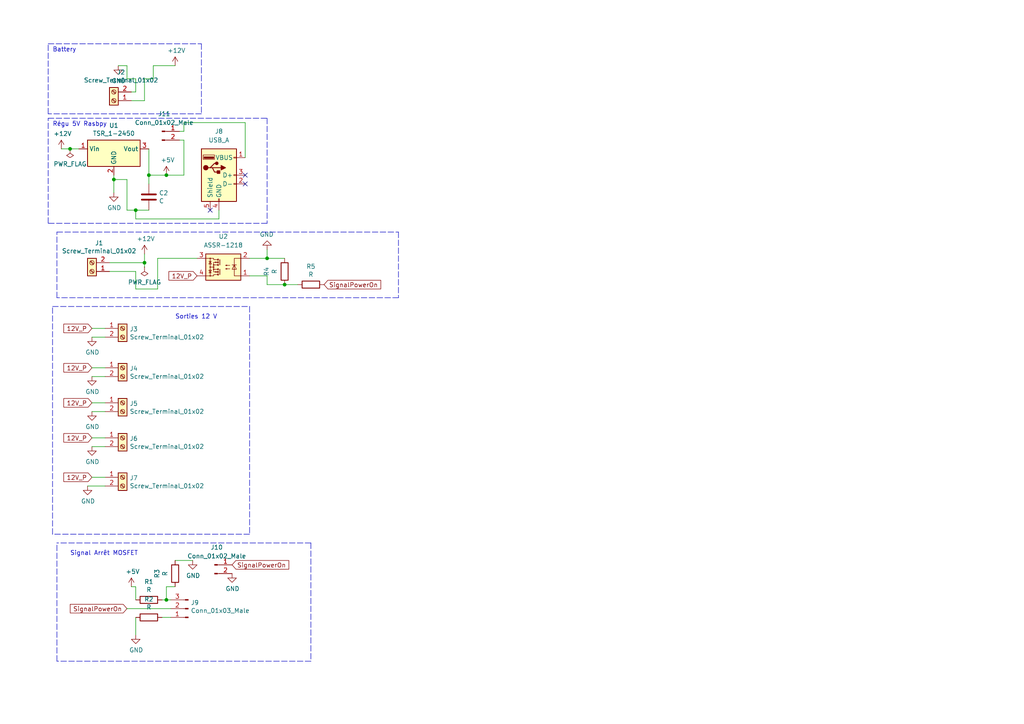
<source format=kicad_sch>
(kicad_sch (version 20211123) (generator eeschema)
  (paper "A4")
  (lib_symbols
    (symbol "Connector:Conn_01x02_Male" (pin_names (offset 1.016) hide)
      (property "Reference" "J" (at 0 2.54 0))
      (property "Value" "Conn_01x02_Male" (at 0 -5.08 0))
      (symbol "Conn_01x02_Male_1_1"
        (polyline (pts (xy 1.27 -2.54) (xy 0.8636 -2.54)) (stroke (width 0.1524)))
        (polyline (pts (xy 1.27 0) (xy 0.8636 0)) (stroke (width 0.1524)))
        (rectangle (start 0.8636 -2.413) (end 0 -2.667) (stroke (width 0.1524)) (fill (type outline)))
        (rectangle (start 0.8636 0.127) (end 0 -0.127) (stroke (width 0.1524)) (fill (type outline)))
        (pin passive line (at 5.08 0 180) (length 3.81) (name "Pin_1") (number "1"))
        (pin passive line (at 5.08 -2.54 180) (length 3.81) (name "Pin_2") (number "2"))
      )
    )
    (symbol "Connector:Conn_01x03_Male" (pin_names (offset 1.016) hide)
      (property "Reference" "J" (at 0 5.08 0))
      (property "Value" "Conn_01x03_Male" (at 0 -5.08 0))
      (symbol "Conn_01x03_Male_1_1"
        (polyline (pts (xy 1.27 -2.54) (xy 0.8636 -2.54)) (stroke (width 0.1524)))
        (polyline (pts (xy 1.27 0) (xy 0.8636 0)) (stroke (width 0.1524)))
        (polyline (pts (xy 1.27 2.54) (xy 0.8636 2.54)) (stroke (width 0.1524)))
        (rectangle (start 0.8636 -2.413) (end 0 -2.667) (stroke (width 0.1524)) (fill (type outline)))
        (rectangle (start 0.8636 0.127) (end 0 -0.127) (stroke (width 0.1524)) (fill (type outline)))
        (rectangle (start 0.8636 2.667) (end 0 2.413) (stroke (width 0.1524)) (fill (type outline)))
        (pin passive line (at 5.08 2.54 180) (length 3.81) (name "Pin_1") (number "1"))
        (pin passive line (at 5.08 0 180) (length 3.81) (name "Pin_2") (number "2"))
        (pin passive line (at 5.08 -2.54 180) (length 3.81) (name "Pin_3") (number "3"))
      )
    )
    (symbol "Connector:Screw_Terminal_01x02" (pin_names (offset 1.016) hide)
      (property "Reference" "J" (at 0 2.54 0))
      (property "Value" "Screw_Terminal_01x02" (at 0 -5.08 0))
      (symbol "Screw_Terminal_01x02_1_1"
        (rectangle (start -1.27 1.27) (end 1.27 -3.81) (stroke (width 0.254)) (fill (type background)))
        (circle (center 0 -2.54) (radius 0.635) (stroke (width 0.1524)))
        (polyline (pts (xy -0.5334 -2.2098) (xy 0.3302 -3.048)) (stroke (width 0.1524)))
        (polyline (pts (xy -0.5334 0.3302) (xy 0.3302 -0.508)) (stroke (width 0.1524)))
        (polyline (pts (xy -0.3556 -2.032) (xy 0.508 -2.8702)) (stroke (width 0.1524)))
        (polyline (pts (xy -0.3556 0.508) (xy 0.508 -0.3302)) (stroke (width 0.1524)))
        (circle (center 0 0) (radius 0.635) (stroke (width 0.1524)))
        (pin passive line (at -5.08 0 0) (length 3.81) (name "Pin_1") (number "1"))
        (pin passive line (at -5.08 -2.54 0) (length 3.81) (name "Pin_2") (number "2"))
      )
    )
    (symbol "Connector:USB_A" (pin_names (offset 1.016))
      (property "Reference" "J" (at -5.08 11.43 0))
      (property "Value" "USB_A" (at -5.08 8.89 0))
      (symbol "USB_A_0_1"
        (rectangle (start -5.08 -7.62) (end 5.08 7.62) (stroke (width 0.254)) (fill (type background)))
        (circle (center -3.81 2.159) (radius 0.635) (stroke (width 0.254)) (fill (type outline)))
        (rectangle (start -1.524 4.826) (end -4.318 5.334) (fill (type outline)))
        (rectangle (start -1.27 4.572) (end -4.572 5.842))
        (circle (center -0.635 3.429) (radius 0.381) (stroke (width 0.254)) (fill (type outline)))
        (rectangle (start -0.127 -7.62) (end 0.127 -6.858))
        (polyline (pts (xy -3.175 2.159) (xy -2.54 2.159) (xy -1.27 3.429) (xy -0.635 3.429)) (stroke (width 0.254)))
        (polyline (pts (xy -2.54 2.159) (xy -1.905 2.159) (xy -1.27 0.889) (xy 0 0.889)) (stroke (width 0.254)))
        (polyline (pts (xy 0.635 2.794) (xy 0.635 1.524) (xy 1.905 2.159) (xy 0.635 2.794)) (stroke (width 0.254)) (fill (type outline)))
        (rectangle (start 0.254 1.27) (end -0.508 0.508) (stroke (width 0.254)) (fill (type outline)))
        (rectangle (start 5.08 -2.667) (end 4.318 -2.413))
        (rectangle (start 5.08 -0.127) (end 4.318 0.127))
        (rectangle (start 5.08 4.953) (end 4.318 5.207))
      )
      (symbol "USB_A_1_1"
        (polyline (pts (xy -1.905 2.159) (xy 0.635 2.159)) (stroke (width 0.254)))
        (pin power_in line (at 7.62 5.08 180) (length 2.54) (name "VBUS") (number "1"))
        (pin bidirectional line (at 7.62 -2.54 180) (length 2.54) (name "D-") (number "2"))
        (pin bidirectional line (at 7.62 0 180) (length 2.54) (name "D+") (number "3"))
        (pin power_in line (at 0 -10.16 90) (length 2.54) (name "GND") (number "4"))
        (pin passive line (at -2.54 -10.16 90) (length 2.54) (name "Shield") (number "5"))
      )
    )
    (symbol "Device:C" (pin_numbers hide) (pin_names (offset 0.254))
      (property "Reference" "C" (at 0.635 2.54 0))
      (property "Value" "C" (at 0.635 -2.54 0))
      (symbol "C_0_1"
        (polyline (pts (xy -2.032 -0.762) (xy 2.032 -0.762)) (stroke (width 0.508)))
        (polyline (pts (xy -2.032 0.762) (xy 2.032 0.762)) (stroke (width 0.508)))
      )
      (symbol "C_1_1"
        (pin passive line (at 0 3.81 270) (length 2.794) (name "~") (number "1"))
        (pin passive line (at 0 -3.81 90) (length 2.794) (name "~") (number "2"))
      )
    )
    (symbol "Device:R" (pin_numbers hide) (pin_names (offset 0))
      (property "Reference" "R" (at 2.032 0 90))
      (property "Value" "R" (at 0 0 90))
      (symbol "R_0_1"
        (rectangle (start -1.016 -2.54) (end 1.016 2.54) (stroke (width 0.254)))
      )
      (symbol "R_1_1"
        (pin passive line (at 0 3.81 270) (length 1.27) (name "~") (number "1"))
        (pin passive line (at 0 -3.81 90) (length 1.27) (name "~") (number "2"))
      )
    )
    (symbol "Regulator_Switching:TSR_1-2450"
      (property "Reference" "U" (at -7.62 6.35 0))
      (property "Value" "TSR_1-2450" (at -1.27 6.35 0))
      (symbol "TSR_1-2450_0_1"
        (rectangle (start -7.62 5.08) (end 7.62 -2.54) (stroke (width 0.254)) (fill (type background)))
      )
      (symbol "TSR_1-2450_1_1"
        (pin power_in line (at -10.16 2.54 0) (length 2.54) (name "Vin") (number "1"))
        (pin power_in line (at 0 -5.08 90) (length 2.54) (name "GND") (number "2"))
        (pin power_out line (at 10.16 2.54 180) (length 2.54) (name "Vout") (number "3"))
      )
    )
    (symbol "Relay_SolidState:ASSR-1218"
      (property "Reference" "U" (at -5.08 5.08 0))
      (property "Value" "ASSR-1218" (at 0 5.08 0))
      (symbol "ASSR-1218_0_1"
        (rectangle (start -5.08 3.81) (end 5.08 -3.81) (stroke (width 0.254)) (fill (type background)))
        (polyline (pts (xy -3.81 -0.635) (xy -2.54 -0.635)))
        (polyline (pts (xy 1.016 -0.635) (xy 1.016 -2.159)) (stroke (width 0.2032)))
        (polyline (pts (xy 1.016 2.159) (xy 1.016 0.635)) (stroke (width 0.2032)))
        (polyline (pts (xy 1.524 -0.508) (xy 1.524 -0.762)) (stroke (width 0.3556)))
        (polyline (pts (xy 2.794 0) (xy 3.81 0)))
        (polyline (pts (xy 3.429 -1.651) (xy 4.191 -1.651)))
        (polyline (pts (xy 3.429 1.651) (xy 4.191 1.651)))
        (polyline (pts (xy 3.81 -2.54) (xy 3.81 2.54)))
        (polyline (pts (xy 1.524 -2.032) (xy 1.524 -2.286) (xy 1.524 -2.286)) (stroke (width 0.3556)))
        (polyline (pts (xy 1.524 -1.27) (xy 1.524 -1.524) (xy 1.524 -1.524)) (stroke (width 0.3556)))
        (polyline (pts (xy 1.524 0.762) (xy 1.524 0.508) (xy 1.524 0.508)) (stroke (width 0.3556)))
        (polyline (pts (xy 1.524 1.524) (xy 1.524 1.27) (xy 1.524 1.27)) (stroke (width 0.3556)))
        (polyline (pts (xy 1.524 2.286) (xy 1.524 2.032) (xy 1.524 2.032)) (stroke (width 0.3556)))
        (polyline (pts (xy 1.651 -1.397) (xy 2.794 -1.397) (xy 2.794 -0.635)))
        (polyline (pts (xy 1.651 1.397) (xy 2.794 1.397) (xy 2.794 0.635)))
        (polyline (pts (xy -5.08 2.54) (xy -3.175 2.54) (xy -3.175 -2.54) (xy -5.08 -2.54)))
        (polyline (pts (xy -3.175 -0.635) (xy -3.81 0.635) (xy -2.54 0.635) (xy -3.175 -0.635)))
        (polyline (pts (xy 1.651 -2.159) (xy 2.794 -2.159) (xy 2.794 -2.54) (xy 5.08 -2.54)))
        (polyline (pts (xy 1.651 -0.635) (xy 2.794 -0.635) (xy 2.794 0.635) (xy 1.651 0.635)))
        (polyline (pts (xy 1.651 2.159) (xy 2.794 2.159) (xy 2.794 2.54) (xy 5.08 2.54)))
        (polyline (pts (xy 1.778 -1.397) (xy 2.286 -1.27) (xy 2.286 -1.524) (xy 1.778 -1.397)))
        (polyline (pts (xy 1.778 1.397) (xy 2.286 1.524) (xy 2.286 1.27) (xy 1.778 1.397)))
        (polyline (pts (xy 3.81 -1.651) (xy 3.429 -0.889) (xy 4.191 -0.889) (xy 3.81 -1.651)))
        (polyline (pts (xy 3.81 1.651) (xy 3.429 0.889) (xy 4.191 0.889) (xy 3.81 1.651)))
        (polyline (pts (xy -1.905 -0.508) (xy -0.635 -0.508) (xy -1.016 -0.635) (xy -1.016 -0.381) (xy -0.635 -0.508)))
        (polyline (pts (xy -1.905 0.508) (xy -0.635 0.508) (xy -1.016 0.381) (xy -1.016 0.635) (xy -0.635 0.508)))
        (circle (center 2.794 -0.635) (radius 0.127))
        (circle (center 2.794 0) (radius 0.127))
        (circle (center 2.794 0.635) (radius 0.127))
        (circle (center 3.81 -2.54) (radius 0.127))
        (circle (center 3.81 0) (radius 0.127))
        (circle (center 3.81 2.54) (radius 0.127))
      )
      (symbol "ASSR-1218_1_1"
        (pin passive line (at -7.62 2.54 0) (length 2.54) (name "~") (number "1"))
        (pin passive line (at -7.62 -2.54 0) (length 2.54) (name "~") (number "2"))
        (pin passive line (at 7.62 -2.54 180) (length 2.54) (name "~") (number "3"))
        (pin passive line (at 7.62 2.54 180) (length 2.54) (name "~") (number "4"))
      )
    )
    (symbol "power:+12V" (power) (pin_names (offset 0))
      (property "Value" "+12V" (at 0 3.556 0))
      (symbol "+12V_0_1"
        (polyline (pts (xy -0.762 1.27) (xy 0 2.54)))
        (polyline (pts (xy 0 0) (xy 0 2.54)))
        (polyline (pts (xy 0 2.54) (xy 0.762 1.27)))
      )
      (symbol "+12V_1_1"
        (pin power_in line (at 0 0 90) (length 0) hide (name "+12V") (number "1"))
      )
    )
    (symbol "power:+5V" (power) (pin_names (offset 0))
      (property "Value" "+5V" (at 0 3.556 0))
      (symbol "+5V_0_1"
        (polyline (pts (xy -0.762 1.27) (xy 0 2.54)))
        (polyline (pts (xy 0 0) (xy 0 2.54)))
        (polyline (pts (xy 0 2.54) (xy 0.762 1.27)))
      )
      (symbol "+5V_1_1"
        (pin power_in line (at 0 0 90) (length 0) hide (name "+5V") (number "1"))
      )
    )
    (symbol "power:GND" (power) (pin_names (offset 0))
      (property "Value" "GND" (at 0 -3.81 0))
      (symbol "GND_0_1"
        (polyline (pts (xy 0 0) (xy 0 -1.27) (xy 1.27 -1.27) (xy 0 -2.54) (xy -1.27 -1.27) (xy 0 -1.27)))
      )
      (symbol "GND_1_1"
        (pin power_in line (at 0 0 270) (length 0) hide (name "GND") (number "1"))
      )
    )
    (symbol "power:PWR_FLAG" (power) (pin_numbers hide) (pin_names (offset 0) hide)
      (property "Value" "PWR_FLAG" (at 0 3.81 0))
      (symbol "PWR_FLAG_0_0"
        (pin power_out line (at 0 0 90) (length 0) (name "pwr") (number "1"))
      )
      (symbol "PWR_FLAG_0_1"
        (polyline (pts (xy 0 0) (xy 0 1.27) (xy -1.016 1.905) (xy 0 2.54) (xy 1.016 1.905) (xy 0 1.27)))
      )
    )
  )
  (junction (at 41.91 76.2))
  (junction (at 48.26 50.8))
  (junction (at 39.37 60.96))
  (junction (at 33.02 52.07))
  (junction (at 77.47 74.93))
  (junction (at 43.18 50.8))
  (junction (at 82.55 82.55))
  (junction (at 48.26 173.99))
  (junction (at 20.32 43.18))
  (no_connect (at 71.12 50.8))
  (no_connect (at 71.12 53.34))
  (no_connect (at 60.96 60.96))
  (polyline (pts (xy 16.51 191.77) (xy 16.51 157.48)))
  (wire (pts (xy 26.67 119.38) (xy 30.48 119.38)))
  (polyline (pts (xy 115.57 67.31) (xy 115.57 86.36)))
  (wire (pts (xy 39.37 63.5) (xy 63.5 63.5)))
  (wire (pts (xy 43.18 60.96) (xy 39.37 60.96)))
  (wire (pts (xy 41.91 73.66) (xy 41.91 76.2)))
  (polyline (pts (xy 16.51 67.31) (xy 115.57 67.31)))
  (wire (pts (xy 82.55 82.55) (xy 86.36 82.55)))
  (wire (pts (xy 33.02 52.07) (xy 33.02 50.8)))
  (wire (pts (xy 31.75 76.2) (xy 41.91 76.2)))
  (polyline (pts (xy 58.42 12.7) (xy 58.42 33.02)))
  (wire (pts (xy 26.67 109.22) (xy 30.48 109.22)))
  (polyline (pts (xy 15.24 88.9) (xy 72.39 88.9)))
  (wire (pts (xy 43.18 50.8) (xy 43.18 43.18)))
  (wire (pts (xy 41.91 29.21) (xy 41.91 22.86)))
  (wire (pts (xy 20.32 43.18) (xy 22.86 43.18)))
  (polyline (pts (xy 77.47 34.29) (xy 77.47 64.77)))
  (polyline (pts (xy 13.97 64.77) (xy 13.97 34.29)))
  (wire (pts (xy 39.37 83.82) (xy 45.72 83.82)))
  (wire (pts (xy 77.47 80.01) (xy 77.47 82.55)))
  (wire (pts (xy 53.34 38.1) (xy 53.34 35.56)))
  (polyline (pts (xy 90.17 157.48) (xy 16.51 157.48)))
  (polyline (pts (xy 15.24 154.94) (xy 15.24 88.9)))
  (wire (pts (xy 26.67 97.79) (xy 30.48 97.79)))
  (wire (pts (xy 77.47 74.93) (xy 72.39 74.93)))
  (wire (pts (xy 50.8 162.56) (xy 55.88 162.56)))
  (wire (pts (xy 43.18 50.8) (xy 48.26 50.8)))
  (polyline (pts (xy 13.97 12.7) (xy 58.42 12.7)))
  (polyline (pts (xy 13.97 33.02) (xy 13.97 12.7)))
  (wire (pts (xy 39.37 170.18) (xy 38.1 170.18)))
  (wire (pts (xy 63.5 60.96) (xy 63.5 63.5)))
  (wire (pts (xy 72.39 80.01) (xy 77.47 80.01)))
  (polyline (pts (xy 16.51 86.36) (xy 16.51 67.31)))
  (wire (pts (xy 39.37 184.15) (xy 39.37 179.07)))
  (polyline (pts (xy 77.47 64.77) (xy 13.97 64.77)))
  (wire (pts (xy 26.67 138.43) (xy 30.48 138.43)))
  (polyline (pts (xy 72.39 154.94) (xy 15.24 154.94)))
  (wire (pts (xy 39.37 22.86) (xy 36.83 22.86)))
  (wire (pts (xy 71.12 35.56) (xy 71.12 45.72)))
  (wire (pts (xy 44.45 22.86) (xy 41.91 22.86)))
  (wire (pts (xy 36.83 60.96) (xy 36.83 52.07)))
  (wire (pts (xy 39.37 83.82) (xy 39.37 78.74)))
  (wire (pts (xy 48.26 50.8) (xy 53.34 50.8)))
  (wire (pts (xy 53.34 35.56) (xy 71.12 35.56)))
  (wire (pts (xy 49.53 179.07) (xy 46.99 179.07)))
  (wire (pts (xy 39.37 63.5) (xy 39.37 60.96)))
  (polyline (pts (xy 72.39 88.9) (xy 72.39 154.94)))
  (wire (pts (xy 43.18 53.34) (xy 43.18 50.8)))
  (wire (pts (xy 48.26 170.18) (xy 48.26 173.99)))
  (wire (pts (xy 82.55 74.93) (xy 77.47 74.93)))
  (polyline (pts (xy 58.42 33.02) (xy 13.97 33.02)))
  (wire (pts (xy 77.47 82.55) (xy 82.55 82.55)))
  (wire (pts (xy 31.75 78.74) (xy 39.37 78.74)))
  (wire (pts (xy 53.34 40.64) (xy 53.34 50.8)))
  (wire (pts (xy 33.02 55.88) (xy 33.02 52.07)))
  (wire (pts (xy 46.99 173.99) (xy 48.26 173.99)))
  (polyline (pts (xy 90.17 191.77) (xy 16.51 191.77)))
  (polyline (pts (xy 13.97 34.29) (xy 77.47 34.29)))
  (wire (pts (xy 26.67 106.68) (xy 30.48 106.68)))
  (wire (pts (xy 38.1 29.21) (xy 41.91 29.21)))
  (wire (pts (xy 26.67 129.54) (xy 30.48 129.54)))
  (wire (pts (xy 52.07 40.64) (xy 53.34 40.64)))
  (wire (pts (xy 36.83 52.07) (xy 33.02 52.07)))
  (wire (pts (xy 41.91 77.47) (xy 41.91 76.2)))
  (wire (pts (xy 25.4 140.97) (xy 30.48 140.97)))
  (polyline (pts (xy 115.57 86.36) (xy 16.51 86.36)))
  (wire (pts (xy 26.67 116.84) (xy 30.48 116.84)))
  (wire (pts (xy 44.45 19.05) (xy 44.45 22.86)))
  (wire (pts (xy 39.37 173.99) (xy 39.37 170.18)))
  (wire (pts (xy 36.83 19.05) (xy 34.29 19.05)))
  (wire (pts (xy 36.83 22.86) (xy 36.83 19.05)))
  (wire (pts (xy 50.8 170.18) (xy 48.26 170.18)))
  (wire (pts (xy 26.67 95.25) (xy 30.48 95.25)))
  (wire (pts (xy 48.26 173.99) (xy 49.53 173.99)))
  (wire (pts (xy 45.72 74.93) (xy 57.15 74.93)))
  (wire (pts (xy 26.67 127) (xy 30.48 127)))
  (wire (pts (xy 36.83 176.53) (xy 49.53 176.53)))
  (wire (pts (xy 38.1 26.67) (xy 39.37 26.67)))
  (wire (pts (xy 39.37 26.67) (xy 39.37 22.86)))
  (wire (pts (xy 77.47 72.39) (xy 77.47 74.93)))
  (wire (pts (xy 52.07 38.1) (xy 53.34 38.1)))
  (wire (pts (xy 39.37 60.96) (xy 36.83 60.96)))
  (polyline (pts (xy 90.17 157.48) (xy 90.17 191.77)))
  (wire (pts (xy 45.72 83.82) (xy 45.72 74.93)))
  (wire (pts (xy 44.45 19.05) (xy 50.8 19.05)))
  (wire (pts (xy 17.78 43.18) (xy 20.32 43.18)))
  (text "Sorties 12 V" (at 50.8 92.71 0) (effects (font (size 1.27 1.27)) (justify left bottom)))
  (text "Battery" (at 15.24 15.24 0) (effects (font (size 1.27 1.27)) (justify left bottom)))
  (text "Régu 5V Rasbpy" (at 15.24 36.83 0) (effects (font (size 1.27 1.27)) (justify left bottom)))
  (text "Signal Arrêt MOSFET" (at 20.32 161.29 0) (effects (font (size 1.27 1.27)) (justify left bottom)))
  (global_label "SignalPowerOn" (shape input) (at 67.31 163.83 0) (property "Intersheet References" "${INTERSHEET_REFS}" (effects hide)))
  (global_label "SignalPowerOn" (shape input) (at 36.83 176.53 180) (property "Intersheet References" "${INTERSHEET_REFS}" (effects hide)))
  (global_label "SignalPowerOn" (shape input) (at 93.98 82.55 0) (property "Intersheet References" "${INTERSHEET_REFS}" (effects hide)))
  (global_label "12V_P" (shape input) (at 26.67 127 180) (property "Intersheet References" "${INTERSHEET_REFS}" (effects hide)))
  (global_label "12V_P" (shape input) (at 26.67 106.68 180) (property "Intersheet References" "${INTERSHEET_REFS}" (effects hide)))
  (global_label "12V_P" (shape input) (at 57.15 80.01 180) (property "Intersheet References" "${INTERSHEET_REFS}" (effects hide)))
  (global_label "12V_P" (shape input) (at 26.67 138.43 180) (property "Intersheet References" "${INTERSHEET_REFS}" (effects hide)))
  (global_label "12V_P" (shape input) (at 26.67 116.84 180) (property "Intersheet References" "${INTERSHEET_REFS}" (effects hide)))
  (global_label "12V_P" (shape input) (at 26.67 95.25 180) (property "Intersheet References" "${INTERSHEET_REFS}" (effects hide)))
  (symbol (lib_id "Connector:Screw_Terminal_01x02") (at 33.02 29.21 180) (unit 1)
    (property "Reference" "J2" (at 35.1028 20.955 0))
    (property "Value" "Screw_Terminal_01x02" (at 35.1028 23.2664 0))
    (property "Footprint" "TerminalBlock:TerminalBlock_bornier-2_P5.08mm" (effects hide))
  )
  (symbol (lib_id "power:+12V") (at 50.8 19.05 0) (unit 1)
    (property "Reference" "#PWR012" (effects hide))
    (property "Value" "+12V" (at 51.181 14.6558 0))
  )
  (symbol (lib_id "power:GND") (at 34.29 19.05 0) (unit 1)
    (property "Reference" "#PWR09" (effects hide))
    (property "Value" "GND" (at 34.417 23.4442 0))
  )
  (symbol (lib_id "Regulator_Switching:TSR_1-2450") (at 33.02 45.72 0) (unit 1)
    (property "Reference" "U1" (at 33.02 36.3982 0))
    (property "Value" "TSR_1-2450" (at 33.02 38.7096 0))
    (property "Footprint" "Converter_DCDC:Converter_DCDC_TRACO_TSR-1_THT" (effects hide))
    (property "Datasheet" "http://www.tracopower.com/products/tsr1.pdf" (effects hide))
  )
  (symbol (lib_id "power:GND") (at 33.02 55.88 0) (unit 1)
    (property "Reference" "#PWR08" (effects hide))
    (property "Value" "GND" (at 33.147 60.2742 0))
  )
  (symbol (lib_id "power:+12V") (at 17.78 43.18 0) (unit 1)
    (property "Reference" "#PWR01" (effects hide))
    (property "Value" "+12V" (at 18.161 38.7858 0))
  )
  (symbol (lib_id "Device:C") (at 43.18 57.15 0) (unit 1)
    (property "Reference" "C2" (at 46.101 55.9816 0) (effects (justify left)))
    (property "Value" "C" (at 46.101 58.293 0) (effects (justify left)))
    (property "Footprint" "Capacitor_SMD:C_0805_2012Metric" (effects hide))
  )
  (symbol (lib_id "Connector:Screw_Terminal_01x02") (at 26.67 78.74 180) (unit 1)
    (property "Reference" "J1" (at 28.7528 70.485 0))
    (property "Value" "Screw_Terminal_01x02" (at 28.7528 72.7964 0))
    (property "Footprint" "TerminalBlock:TerminalBlock_bornier-2_P5.08mm" (effects hide))
  )
  (symbol (lib_id "Connector:Screw_Terminal_01x02") (at 35.56 95.25 0) (unit 1)
    (property "Reference" "J3" (at 37.592 95.4532 0) (effects (justify left)))
    (property "Value" "Screw_Terminal_01x02" (at 37.592 97.7646 0) (effects (justify left)))
    (property "Footprint" "TerminalBlock:TerminalBlock_bornier-2_P5.08mm" (effects hide))
  )
  (symbol (lib_id "Connector:Conn_01x03_Male") (at 54.61 176.53 180) (unit 1)
    (property "Reference" "J9" (at 55.3212 174.8028 0) (effects (justify right)))
    (property "Value" "Conn_01x03_Male" (at 55.3212 177.1142 0) (effects (justify right)))
    (property "Footprint" "Connector_JST:JST_XH_B3B-XH-AM_1x03_P2.50mm_Vertical" (effects hide))
  )
  (symbol (lib_id "power:+5V") (at 38.1 170.18 0) (unit 1)
    (property "Reference" "#PWR013" (effects hide))
    (property "Value" "+5V" (at 38.481 165.7858 0))
  )
  (symbol (lib_id "power:GND") (at 39.37 184.15 0) (unit 1)
    (property "Reference" "#PWR014" (effects hide))
    (property "Value" "GND" (at 39.497 188.5442 0))
  )
  (symbol (lib_id "Device:R") (at 43.18 173.99 270) (unit 1)
    (property "Reference" "R1" (at 43.18 168.7322 90))
    (property "Value" "R" (at 43.18 171.0436 90))
    (property "Footprint" "Resistor_SMD:R_0805_2012Metric" (effects hide))
  )
  (symbol (lib_id "Device:R") (at 43.18 179.07 270) (unit 1)
    (property "Reference" "R2" (at 43.18 173.8122 90))
    (property "Value" "R" (at 43.18 176.1236 90))
    (property "Footprint" "Resistor_SMD:R_0805_2012Metric" (effects hide))
  )
  (symbol (lib_id "Connector:Screw_Terminal_01x02") (at 35.56 106.68 0) (unit 1)
    (property "Reference" "J4" (at 37.592 106.8832 0) (effects (justify left)))
    (property "Value" "Screw_Terminal_01x02" (at 37.592 109.1946 0) (effects (justify left)))
    (property "Footprint" "TerminalBlock:TerminalBlock_bornier-2_P5.08mm" (effects hide))
  )
  (symbol (lib_id "Connector:Screw_Terminal_01x02") (at 35.56 116.84 0) (unit 1)
    (property "Reference" "J5" (at 37.592 117.0432 0) (effects (justify left)))
    (property "Value" "Screw_Terminal_01x02" (at 37.592 119.3546 0) (effects (justify left)))
    (property "Footprint" "TerminalBlock:TerminalBlock_bornier-2_P5.08mm" (effects hide))
  )
  (symbol (lib_id "Connector:Screw_Terminal_01x02") (at 35.56 127 0) (unit 1)
    (property "Reference" "J6" (at 37.592 127.2032 0) (effects (justify left)))
    (property "Value" "Screw_Terminal_01x02" (at 37.592 129.5146 0) (effects (justify left)))
    (property "Footprint" "TerminalBlock:TerminalBlock_bornier-2_P5.08mm" (effects hide))
  )
  (symbol (lib_id "Connector:Screw_Terminal_01x02") (at 35.56 138.43 0) (unit 1)
    (property "Reference" "J7" (at 37.592 138.6332 0) (effects (justify left)))
    (property "Value" "Screw_Terminal_01x02" (at 37.592 140.9446 0) (effects (justify left)))
    (property "Footprint" "TerminalBlock:TerminalBlock_bornier-2_P5.08mm" (effects hide))
  )
  (symbol (lib_id "power:PWR_FLAG") (at 20.32 43.18 180) (unit 1)
    (property "Reference" "#FLG0101" (effects hide))
    (property "Value" "PWR_FLAG" (at 20.32 47.5742 0))
  )
  (symbol (lib_id "power:PWR_FLAG") (at 41.91 77.47 180) (unit 1)
    (property "Reference" "#FLG0102" (effects hide))
    (property "Value" "PWR_FLAG" (at 41.91 81.8642 0))
  )
  (symbol (lib_id "power:+5V") (at 48.26 50.8 0) (unit 1)
    (property "Reference" "#PWR?" (effects hide))
    (property "Value" "+5V" (at 48.641 46.4058 0))
  )
  (symbol (lib_id "Connector:Conn_01x02_Male") (at 62.23 163.83 0) (unit 1)
    (property "Reference" "J10" (at 62.865 158.75 0))
    (property "Value" "Conn_01x02_Male" (at 62.865 161.29 0))
    (property "Footprint" "Connector_JST:JST_EH_B2B-EH-A_1x02_P2.50mm_Vertical" (effects hide))
  )
  (symbol (lib_id "Device:R") (at 50.8 166.37 0) (unit 1)
    (property "Reference" "R3" (at 45.5422 166.37 90))
    (property "Value" "R" (at 47.8536 166.37 90))
    (property "Footprint" "Resistor_SMD:R_0805_2012Metric" (effects hide))
  )
  (symbol (lib_id "power:GND") (at 55.88 162.56 0) (unit 1)
    (property "Reference" "#PWR010" (effects hide))
    (property "Value" "GND" (at 56.007 166.9542 0))
  )
  (symbol (lib_id "Connector:USB_A") (at 63.5 50.8 0) (unit 1)
    (property "Reference" "J8" (at 63.5 38.1 0))
    (property "Value" "USB_A" (at 63.5 40.64 0))
    (property "Footprint" "Connector_USB:USB_A_Molex_67643_Horizontal" (effects hide))
    (property "Datasheet" " ~" (effects hide))
  )
  (symbol (lib_id "power:GND") (at 67.31 166.37 0) (unit 1)
    (property "Reference" "#PWR0101" (effects hide))
    (property "Value" "GND" (at 67.437 170.7642 0))
  )
  (symbol (lib_id "Device:R") (at 82.55 78.74 0) (unit 1)
    (property "Reference" "R4" (at 77.2922 78.74 90))
    (property "Value" "R" (at 79.6036 78.74 90))
    (property "Footprint" "Resistor_SMD:R_0805_2012Metric" (effects hide))
  )
  (symbol (lib_id "Relay_SolidState:ASSR-1218") (at 64.77 77.47 180) (unit 1)
    (property "Reference" "U2" (at 64.77 68.58 0))
    (property "Value" "ASSR-1218" (at 64.77 71.12 0))
    (property "Footprint" "Package_SO:SO-4_4.4x3.6mm_P2.54mm" (effects hide))
    (property "Datasheet" "https://docs.broadcom.com/docs/AV02-0173EN" (effects hide))
  )
  (symbol (lib_id "power:GND") (at 26.67 109.22 0) (unit 1)
    (property "Reference" "#PWR04" (effects hide))
    (property "Value" "GND" (at 26.797 113.6142 0))
  )
  (symbol (lib_id "Connector:Conn_01x02_Male") (at 46.99 38.1 0) (unit 1)
    (property "Reference" "J11" (at 47.625 33.02 0))
    (property "Value" "Conn_01x02_Male" (at 47.625 35.56 0))
    (property "Footprint" "Connector_JST:JST_EH_B2B-EH-A_1x02_P2.50mm_Vertical" (effects hide))
  )
  (symbol (lib_id "power:GND") (at 25.4 140.97 0) (unit 1)
    (property "Reference" "#PWR02" (effects hide))
    (property "Value" "GND" (at 25.527 145.3642 0))
  )
  (symbol (lib_id "Device:R") (at 90.17 82.55 270) (unit 1)
    (property "Reference" "R5" (at 90.17 77.2922 90))
    (property "Value" "R" (at 90.17 79.6036 90))
    (property "Footprint" "Resistor_SMD:R_0805_2012Metric" (effects hide))
  )
  (symbol (lib_id "power:GND") (at 26.67 97.79 0) (unit 1)
    (property "Reference" "#PWR03" (effects hide))
    (property "Value" "GND" (at 26.797 102.1842 0))
  )
  (symbol (lib_id "power:+12V") (at 41.91 73.66 0) (unit 1)
    (property "Reference" "#PWR07" (effects hide))
    (property "Value" "+12V" (at 42.291 69.2658 0))
  )
  (symbol (lib_id "power:GND") (at 26.67 119.38 0) (unit 1)
    (property "Reference" "#PWR05" (effects hide))
    (property "Value" "GND" (at 26.797 123.7742 0))
  )
  (symbol (lib_id "power:GND") (at 77.47 72.39 180) (unit 1)
    (property "Reference" "#PWR015" (effects hide))
    (property "Value" "GND" (at 77.343 67.9958 0))
  )
  (symbol (lib_id "power:GND") (at 26.67 129.54 0) (unit 1)
    (property "Reference" "#PWR06" (effects hide))
    (property "Value" "GND" (at 26.797 133.9342 0))
  )
)
</source>
